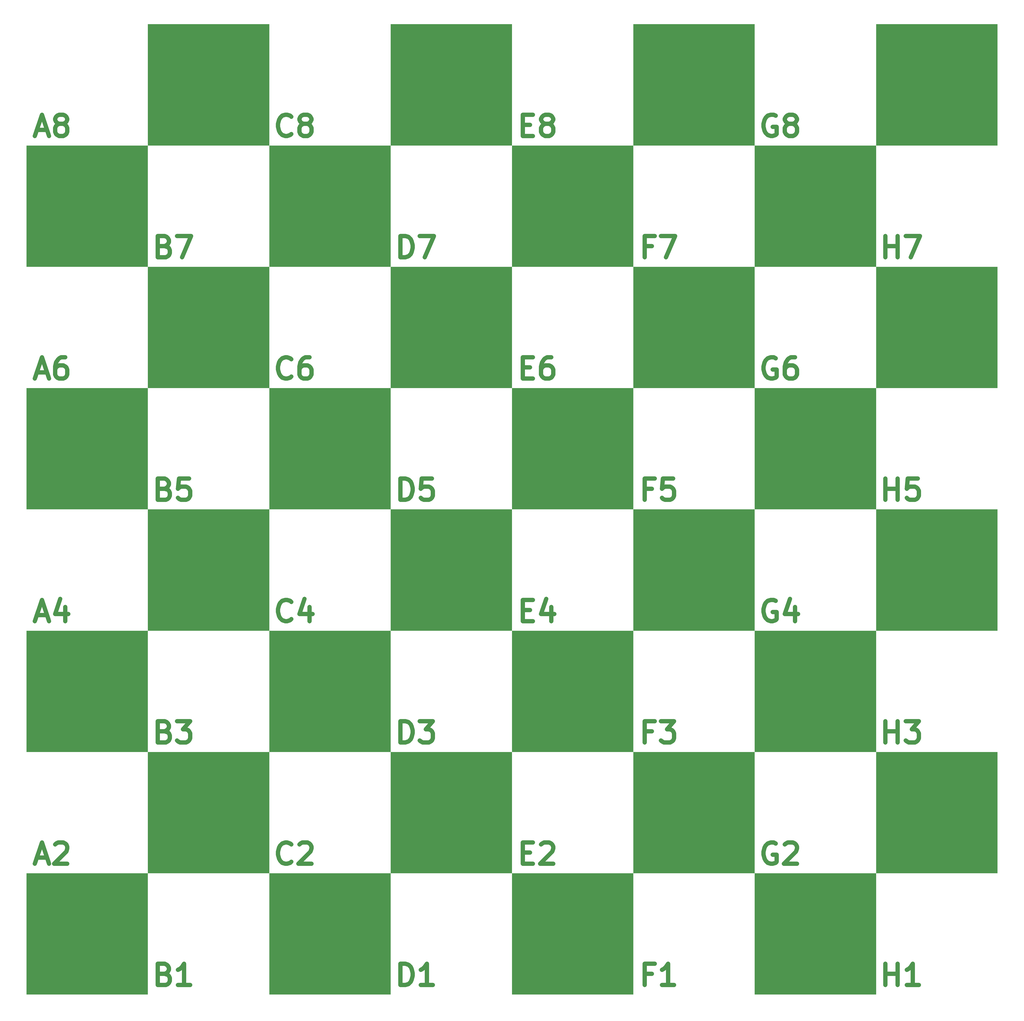
<source format=gbr>
%TF.GenerationSoftware,KiCad,Pcbnew,9.0.4*%
%TF.CreationDate,2025-09-19T10:35:45-04:00*%
%TF.ProjectId,tf_chess,74665f63-6865-4737-932e-6b696361645f,rev?*%
%TF.SameCoordinates,Original*%
%TF.FileFunction,Copper,L1,Top*%
%TF.FilePolarity,Positive*%
%FSLAX46Y46*%
G04 Gerber Fmt 4.6, Leading zero omitted, Abs format (unit mm)*
G04 Created by KiCad (PCBNEW 9.0.4) date 2025-09-19 10:35:45*
%MOMM*%
%LPD*%
G01*
G04 APERTURE LIST*
%ADD10C,2.000000*%
%TA.AperFunction,NonConductor*%
%ADD11C,2.000000*%
%TD*%
G04 APERTURE END LIST*
%TA.AperFunction,NonConductor*%
G36*
X7500000Y104000000D02*
G01*
X64500000Y104000000D01*
X64500000Y47000000D01*
X7500000Y47000000D01*
X7500000Y104000000D01*
G37*
%TD.AperFunction*%
%TA.AperFunction,NonConductor*%
G36*
X349500000Y104000000D02*
G01*
X406500000Y104000000D01*
X406500000Y47000000D01*
X349500000Y47000000D01*
X349500000Y104000000D01*
G37*
%TD.AperFunction*%
%TA.AperFunction,NonConductor*%
G36*
X235500000Y104000000D02*
G01*
X292500000Y104000000D01*
X292500000Y47000000D01*
X235500000Y47000000D01*
X235500000Y104000000D01*
G37*
%TD.AperFunction*%
%TA.AperFunction,NonConductor*%
G36*
X292500000Y47000000D02*
G01*
X349500000Y47000000D01*
X349500000Y-10000000D01*
X292500000Y-10000000D01*
X292500000Y47000000D01*
G37*
%TD.AperFunction*%
%TA.AperFunction,NonConductor*%
G36*
X121500000Y104000000D02*
G01*
X178500000Y104000000D01*
X178500000Y47000000D01*
X121500000Y47000000D01*
X121500000Y104000000D01*
G37*
%TD.AperFunction*%
%TA.AperFunction,NonConductor*%
G36*
X178500000Y47000000D02*
G01*
X235500000Y47000000D01*
X235500000Y-10000000D01*
X178500000Y-10000000D01*
X178500000Y47000000D01*
G37*
%TD.AperFunction*%
%TA.AperFunction,NonConductor*%
G36*
X64500000Y47000000D02*
G01*
X121500000Y47000000D01*
X121500000Y-10000000D01*
X64500000Y-10000000D01*
X64500000Y47000000D01*
G37*
%TD.AperFunction*%
%TA.AperFunction,NonConductor*%
G36*
X349500000Y-10000000D02*
G01*
X406500000Y-10000000D01*
X406500000Y-67000000D01*
X349500000Y-67000000D01*
X349500000Y-10000000D01*
G37*
%TD.AperFunction*%
%TA.AperFunction,NonConductor*%
G36*
X-49500000Y47000000D02*
G01*
X7500000Y47000000D01*
X7500000Y-10000000D01*
X-49500000Y-10000000D01*
X-49500000Y47000000D01*
G37*
%TD.AperFunction*%
D10*
D11*
X126119047Y-119522190D02*
X126119047Y-109522190D01*
X126119047Y-109522190D02*
X128499999Y-109522190D01*
X128499999Y-109522190D02*
X129928571Y-109998380D01*
X129928571Y-109998380D02*
X130880952Y-110950761D01*
X130880952Y-110950761D02*
X131357142Y-111903142D01*
X131357142Y-111903142D02*
X131833333Y-113807904D01*
X131833333Y-113807904D02*
X131833333Y-115236476D01*
X131833333Y-115236476D02*
X131357142Y-117141238D01*
X131357142Y-117141238D02*
X130880952Y-118093619D01*
X130880952Y-118093619D02*
X129928571Y-119046000D01*
X129928571Y-119046000D02*
X128499999Y-119522190D01*
X128499999Y-119522190D02*
X126119047Y-119522190D01*
X140880952Y-109522190D02*
X136119047Y-109522190D01*
X136119047Y-109522190D02*
X135642856Y-114284095D01*
X135642856Y-114284095D02*
X136119047Y-113807904D01*
X136119047Y-113807904D02*
X137071428Y-113331714D01*
X137071428Y-113331714D02*
X139452380Y-113331714D01*
X139452380Y-113331714D02*
X140404761Y-113807904D01*
X140404761Y-113807904D02*
X140880952Y-114284095D01*
X140880952Y-114284095D02*
X141357142Y-115236476D01*
X141357142Y-115236476D02*
X141357142Y-117617428D01*
X141357142Y-117617428D02*
X140880952Y-118569809D01*
X140880952Y-118569809D02*
X140404761Y-119046000D01*
X140404761Y-119046000D02*
X139452380Y-119522190D01*
X139452380Y-119522190D02*
X137071428Y-119522190D01*
X137071428Y-119522190D02*
X136119047Y-119046000D01*
X136119047Y-119046000D02*
X135642856Y-118569809D01*
D10*
D11*
X244166666Y-114284095D02*
X240833333Y-114284095D01*
X240833333Y-119522190D02*
X240833333Y-109522190D01*
X240833333Y-109522190D02*
X245595238Y-109522190D01*
X254166667Y-109522190D02*
X249404762Y-109522190D01*
X249404762Y-109522190D02*
X248928571Y-114284095D01*
X248928571Y-114284095D02*
X249404762Y-113807904D01*
X249404762Y-113807904D02*
X250357143Y-113331714D01*
X250357143Y-113331714D02*
X252738095Y-113331714D01*
X252738095Y-113331714D02*
X253690476Y-113807904D01*
X253690476Y-113807904D02*
X254166667Y-114284095D01*
X254166667Y-114284095D02*
X254642857Y-115236476D01*
X254642857Y-115236476D02*
X254642857Y-117617428D01*
X254642857Y-117617428D02*
X254166667Y-118569809D01*
X254166667Y-118569809D02*
X253690476Y-119046000D01*
X253690476Y-119046000D02*
X252738095Y-119522190D01*
X252738095Y-119522190D02*
X250357143Y-119522190D01*
X250357143Y-119522190D02*
X249404762Y-119046000D01*
X249404762Y-119046000D02*
X248928571Y-118569809D01*
D10*
D11*
X302357142Y-52998380D02*
X301404761Y-52522190D01*
X301404761Y-52522190D02*
X299976190Y-52522190D01*
X299976190Y-52522190D02*
X298547618Y-52998380D01*
X298547618Y-52998380D02*
X297595237Y-53950761D01*
X297595237Y-53950761D02*
X297119047Y-54903142D01*
X297119047Y-54903142D02*
X296642856Y-56807904D01*
X296642856Y-56807904D02*
X296642856Y-58236476D01*
X296642856Y-58236476D02*
X297119047Y-60141238D01*
X297119047Y-60141238D02*
X297595237Y-61093619D01*
X297595237Y-61093619D02*
X298547618Y-62046000D01*
X298547618Y-62046000D02*
X299976190Y-62522190D01*
X299976190Y-62522190D02*
X300928571Y-62522190D01*
X300928571Y-62522190D02*
X302357142Y-62046000D01*
X302357142Y-62046000D02*
X302833333Y-61569809D01*
X302833333Y-61569809D02*
X302833333Y-58236476D01*
X302833333Y-58236476D02*
X300928571Y-58236476D01*
X311404761Y-52522190D02*
X309499999Y-52522190D01*
X309499999Y-52522190D02*
X308547618Y-52998380D01*
X308547618Y-52998380D02*
X308071428Y-53474571D01*
X308071428Y-53474571D02*
X307119047Y-54903142D01*
X307119047Y-54903142D02*
X306642856Y-56807904D01*
X306642856Y-56807904D02*
X306642856Y-60617428D01*
X306642856Y-60617428D02*
X307119047Y-61569809D01*
X307119047Y-61569809D02*
X307595237Y-62046000D01*
X307595237Y-62046000D02*
X308547618Y-62522190D01*
X308547618Y-62522190D02*
X310452380Y-62522190D01*
X310452380Y-62522190D02*
X311404761Y-62046000D01*
X311404761Y-62046000D02*
X311880952Y-61569809D01*
X311880952Y-61569809D02*
X312357142Y-60617428D01*
X312357142Y-60617428D02*
X312357142Y-58236476D01*
X312357142Y-58236476D02*
X311880952Y-57284095D01*
X311880952Y-57284095D02*
X311404761Y-56807904D01*
X311404761Y-56807904D02*
X310452380Y-56331714D01*
X310452380Y-56331714D02*
X308547618Y-56331714D01*
X308547618Y-56331714D02*
X307595237Y-56807904D01*
X307595237Y-56807904D02*
X307119047Y-57284095D01*
X307119047Y-57284095D02*
X306642856Y-58236476D01*
D10*
D11*
X126119047Y-5522190D02*
X126119047Y4477809D01*
X126119047Y4477809D02*
X128499999Y4477809D01*
X128499999Y4477809D02*
X129928571Y4001619D01*
X129928571Y4001619D02*
X130880952Y3049238D01*
X130880952Y3049238D02*
X131357142Y2096857D01*
X131357142Y2096857D02*
X131833333Y192095D01*
X131833333Y192095D02*
X131833333Y-1236476D01*
X131833333Y-1236476D02*
X131357142Y-3141238D01*
X131357142Y-3141238D02*
X130880952Y-4093619D01*
X130880952Y-4093619D02*
X129928571Y-5046000D01*
X129928571Y-5046000D02*
X128499999Y-5522190D01*
X128499999Y-5522190D02*
X126119047Y-5522190D01*
X135166666Y4477809D02*
X141833333Y4477809D01*
X141833333Y4477809D02*
X137547618Y-5522190D01*
D10*
D11*
X183595238Y56715904D02*
X186928571Y56715904D01*
X188357143Y51477809D02*
X183595238Y51477809D01*
X183595238Y51477809D02*
X183595238Y61477809D01*
X183595238Y61477809D02*
X188357143Y61477809D01*
X194071428Y57192095D02*
X193119047Y57668285D01*
X193119047Y57668285D02*
X192642857Y58144476D01*
X192642857Y58144476D02*
X192166666Y59096857D01*
X192166666Y59096857D02*
X192166666Y59573047D01*
X192166666Y59573047D02*
X192642857Y60525428D01*
X192642857Y60525428D02*
X193119047Y61001619D01*
X193119047Y61001619D02*
X194071428Y61477809D01*
X194071428Y61477809D02*
X195976190Y61477809D01*
X195976190Y61477809D02*
X196928571Y61001619D01*
X196928571Y61001619D02*
X197404762Y60525428D01*
X197404762Y60525428D02*
X197880952Y59573047D01*
X197880952Y59573047D02*
X197880952Y59096857D01*
X197880952Y59096857D02*
X197404762Y58144476D01*
X197404762Y58144476D02*
X196928571Y57668285D01*
X196928571Y57668285D02*
X195976190Y57192095D01*
X195976190Y57192095D02*
X194071428Y57192095D01*
X194071428Y57192095D02*
X193119047Y56715904D01*
X193119047Y56715904D02*
X192642857Y56239714D01*
X192642857Y56239714D02*
X192166666Y55287333D01*
X192166666Y55287333D02*
X192166666Y53382571D01*
X192166666Y53382571D02*
X192642857Y52430190D01*
X192642857Y52430190D02*
X193119047Y51954000D01*
X193119047Y51954000D02*
X194071428Y51477809D01*
X194071428Y51477809D02*
X195976190Y51477809D01*
X195976190Y51477809D02*
X196928571Y51954000D01*
X196928571Y51954000D02*
X197404762Y52430190D01*
X197404762Y52430190D02*
X197880952Y53382571D01*
X197880952Y53382571D02*
X197880952Y55287333D01*
X197880952Y55287333D02*
X197404762Y56239714D01*
X197404762Y56239714D02*
X196928571Y56715904D01*
X196928571Y56715904D02*
X195976190Y57192095D01*
D10*
D11*
X244166666Y-342284095D02*
X240833333Y-342284095D01*
X240833333Y-347522190D02*
X240833333Y-337522190D01*
X240833333Y-337522190D02*
X245595238Y-337522190D01*
X254642857Y-347522190D02*
X248928571Y-347522190D01*
X251785714Y-347522190D02*
X251785714Y-337522190D01*
X251785714Y-337522190D02*
X250833333Y-338950761D01*
X250833333Y-338950761D02*
X249880952Y-339903142D01*
X249880952Y-339903142D02*
X248928571Y-340379333D01*
D10*
D11*
X183595238Y-285284095D02*
X186928571Y-285284095D01*
X188357143Y-290522190D02*
X183595238Y-290522190D01*
X183595238Y-290522190D02*
X183595238Y-280522190D01*
X183595238Y-280522190D02*
X188357143Y-280522190D01*
X192166666Y-281474571D02*
X192642857Y-280998380D01*
X192642857Y-280998380D02*
X193595238Y-280522190D01*
X193595238Y-280522190D02*
X195976190Y-280522190D01*
X195976190Y-280522190D02*
X196928571Y-280998380D01*
X196928571Y-280998380D02*
X197404762Y-281474571D01*
X197404762Y-281474571D02*
X197880952Y-282426952D01*
X197880952Y-282426952D02*
X197880952Y-283379333D01*
X197880952Y-283379333D02*
X197404762Y-284807904D01*
X197404762Y-284807904D02*
X191690476Y-290522190D01*
X191690476Y-290522190D02*
X197880952Y-290522190D01*
D10*
D11*
X15452380Y-114284095D02*
X16880952Y-114760285D01*
X16880952Y-114760285D02*
X17357142Y-115236476D01*
X17357142Y-115236476D02*
X17833333Y-116188857D01*
X17833333Y-116188857D02*
X17833333Y-117617428D01*
X17833333Y-117617428D02*
X17357142Y-118569809D01*
X17357142Y-118569809D02*
X16880952Y-119046000D01*
X16880952Y-119046000D02*
X15928571Y-119522190D01*
X15928571Y-119522190D02*
X12119047Y-119522190D01*
X12119047Y-119522190D02*
X12119047Y-109522190D01*
X12119047Y-109522190D02*
X15452380Y-109522190D01*
X15452380Y-109522190D02*
X16404761Y-109998380D01*
X16404761Y-109998380D02*
X16880952Y-110474571D01*
X16880952Y-110474571D02*
X17357142Y-111426952D01*
X17357142Y-111426952D02*
X17357142Y-112379333D01*
X17357142Y-112379333D02*
X16880952Y-113331714D01*
X16880952Y-113331714D02*
X16404761Y-113807904D01*
X16404761Y-113807904D02*
X15452380Y-114284095D01*
X15452380Y-114284095D02*
X12119047Y-114284095D01*
X26880952Y-109522190D02*
X22119047Y-109522190D01*
X22119047Y-109522190D02*
X21642856Y-114284095D01*
X21642856Y-114284095D02*
X22119047Y-113807904D01*
X22119047Y-113807904D02*
X23071428Y-113331714D01*
X23071428Y-113331714D02*
X25452380Y-113331714D01*
X25452380Y-113331714D02*
X26404761Y-113807904D01*
X26404761Y-113807904D02*
X26880952Y-114284095D01*
X26880952Y-114284095D02*
X27357142Y-115236476D01*
X27357142Y-115236476D02*
X27357142Y-117617428D01*
X27357142Y-117617428D02*
X26880952Y-118569809D01*
X26880952Y-118569809D02*
X26404761Y-119046000D01*
X26404761Y-119046000D02*
X25452380Y-119522190D01*
X25452380Y-119522190D02*
X23071428Y-119522190D01*
X23071428Y-119522190D02*
X22119047Y-119046000D01*
X22119047Y-119046000D02*
X21642856Y-118569809D01*
D10*
D11*
X126119047Y-347522190D02*
X126119047Y-337522190D01*
X126119047Y-337522190D02*
X128499999Y-337522190D01*
X128499999Y-337522190D02*
X129928571Y-337998380D01*
X129928571Y-337998380D02*
X130880952Y-338950761D01*
X130880952Y-338950761D02*
X131357142Y-339903142D01*
X131357142Y-339903142D02*
X131833333Y-341807904D01*
X131833333Y-341807904D02*
X131833333Y-343236476D01*
X131833333Y-343236476D02*
X131357142Y-345141238D01*
X131357142Y-345141238D02*
X130880952Y-346093619D01*
X130880952Y-346093619D02*
X129928571Y-347046000D01*
X129928571Y-347046000D02*
X128499999Y-347522190D01*
X128499999Y-347522190D02*
X126119047Y-347522190D01*
X141357142Y-347522190D02*
X135642856Y-347522190D01*
X138499999Y-347522190D02*
X138499999Y-337522190D01*
X138499999Y-337522190D02*
X137547618Y-338950761D01*
X137547618Y-338950761D02*
X136595237Y-339903142D01*
X136595237Y-339903142D02*
X135642856Y-340379333D01*
D10*
D11*
X183595238Y-57284095D02*
X186928571Y-57284095D01*
X188357143Y-62522190D02*
X183595238Y-62522190D01*
X183595238Y-62522190D02*
X183595238Y-52522190D01*
X183595238Y-52522190D02*
X188357143Y-52522190D01*
X196928571Y-52522190D02*
X195023809Y-52522190D01*
X195023809Y-52522190D02*
X194071428Y-52998380D01*
X194071428Y-52998380D02*
X193595238Y-53474571D01*
X193595238Y-53474571D02*
X192642857Y-54903142D01*
X192642857Y-54903142D02*
X192166666Y-56807904D01*
X192166666Y-56807904D02*
X192166666Y-60617428D01*
X192166666Y-60617428D02*
X192642857Y-61569809D01*
X192642857Y-61569809D02*
X193119047Y-62046000D01*
X193119047Y-62046000D02*
X194071428Y-62522190D01*
X194071428Y-62522190D02*
X195976190Y-62522190D01*
X195976190Y-62522190D02*
X196928571Y-62046000D01*
X196928571Y-62046000D02*
X197404762Y-61569809D01*
X197404762Y-61569809D02*
X197880952Y-60617428D01*
X197880952Y-60617428D02*
X197880952Y-58236476D01*
X197880952Y-58236476D02*
X197404762Y-57284095D01*
X197404762Y-57284095D02*
X196928571Y-56807904D01*
X196928571Y-56807904D02*
X195976190Y-56331714D01*
X195976190Y-56331714D02*
X194071428Y-56331714D01*
X194071428Y-56331714D02*
X193119047Y-56807904D01*
X193119047Y-56807904D02*
X192642857Y-57284095D01*
X192642857Y-57284095D02*
X192166666Y-58236476D01*
D10*
D11*
X15452380Y-284095D02*
X16880952Y-760285D01*
X16880952Y-760285D02*
X17357142Y-1236476D01*
X17357142Y-1236476D02*
X17833333Y-2188857D01*
X17833333Y-2188857D02*
X17833333Y-3617428D01*
X17833333Y-3617428D02*
X17357142Y-4569809D01*
X17357142Y-4569809D02*
X16880952Y-5046000D01*
X16880952Y-5046000D02*
X15928571Y-5522190D01*
X15928571Y-5522190D02*
X12119047Y-5522190D01*
X12119047Y-5522190D02*
X12119047Y4477809D01*
X12119047Y4477809D02*
X15452380Y4477809D01*
X15452380Y4477809D02*
X16404761Y4001619D01*
X16404761Y4001619D02*
X16880952Y3525428D01*
X16880952Y3525428D02*
X17357142Y2573047D01*
X17357142Y2573047D02*
X17357142Y1620666D01*
X17357142Y1620666D02*
X16880952Y668285D01*
X16880952Y668285D02*
X16404761Y192095D01*
X16404761Y192095D02*
X15452380Y-284095D01*
X15452380Y-284095D02*
X12119047Y-284095D01*
X21166666Y4477809D02*
X27833333Y4477809D01*
X27833333Y4477809D02*
X23547618Y-5522190D01*
D10*
D11*
X74833333Y52430190D02*
X74357142Y51954000D01*
X74357142Y51954000D02*
X72928571Y51477809D01*
X72928571Y51477809D02*
X71976190Y51477809D01*
X71976190Y51477809D02*
X70547618Y51954000D01*
X70547618Y51954000D02*
X69595237Y52906380D01*
X69595237Y52906380D02*
X69119047Y53858761D01*
X69119047Y53858761D02*
X68642856Y55763523D01*
X68642856Y55763523D02*
X68642856Y57192095D01*
X68642856Y57192095D02*
X69119047Y59096857D01*
X69119047Y59096857D02*
X69595237Y60049238D01*
X69595237Y60049238D02*
X70547618Y61001619D01*
X70547618Y61001619D02*
X71976190Y61477809D01*
X71976190Y61477809D02*
X72928571Y61477809D01*
X72928571Y61477809D02*
X74357142Y61001619D01*
X74357142Y61001619D02*
X74833333Y60525428D01*
X80547618Y57192095D02*
X79595237Y57668285D01*
X79595237Y57668285D02*
X79119047Y58144476D01*
X79119047Y58144476D02*
X78642856Y59096857D01*
X78642856Y59096857D02*
X78642856Y59573047D01*
X78642856Y59573047D02*
X79119047Y60525428D01*
X79119047Y60525428D02*
X79595237Y61001619D01*
X79595237Y61001619D02*
X80547618Y61477809D01*
X80547618Y61477809D02*
X82452380Y61477809D01*
X82452380Y61477809D02*
X83404761Y61001619D01*
X83404761Y61001619D02*
X83880952Y60525428D01*
X83880952Y60525428D02*
X84357142Y59573047D01*
X84357142Y59573047D02*
X84357142Y59096857D01*
X84357142Y59096857D02*
X83880952Y58144476D01*
X83880952Y58144476D02*
X83404761Y57668285D01*
X83404761Y57668285D02*
X82452380Y57192095D01*
X82452380Y57192095D02*
X80547618Y57192095D01*
X80547618Y57192095D02*
X79595237Y56715904D01*
X79595237Y56715904D02*
X79119047Y56239714D01*
X79119047Y56239714D02*
X78642856Y55287333D01*
X78642856Y55287333D02*
X78642856Y53382571D01*
X78642856Y53382571D02*
X79119047Y52430190D01*
X79119047Y52430190D02*
X79595237Y51954000D01*
X79595237Y51954000D02*
X80547618Y51477809D01*
X80547618Y51477809D02*
X82452380Y51477809D01*
X82452380Y51477809D02*
X83404761Y51954000D01*
X83404761Y51954000D02*
X83880952Y52430190D01*
X83880952Y52430190D02*
X84357142Y53382571D01*
X84357142Y53382571D02*
X84357142Y55287333D01*
X84357142Y55287333D02*
X83880952Y56239714D01*
X83880952Y56239714D02*
X83404761Y56715904D01*
X83404761Y56715904D02*
X82452380Y57192095D01*
D10*
D11*
X353880952Y-347522190D02*
X353880952Y-337522190D01*
X353880952Y-342284095D02*
X359595238Y-342284095D01*
X359595238Y-347522190D02*
X359595238Y-337522190D01*
X369595237Y-347522190D02*
X363880951Y-347522190D01*
X366738094Y-347522190D02*
X366738094Y-337522190D01*
X366738094Y-337522190D02*
X365785713Y-338950761D01*
X365785713Y-338950761D02*
X364833332Y-339903142D01*
X364833332Y-339903142D02*
X363880951Y-340379333D01*
D10*
D11*
X-44642857Y54334952D02*
X-39880952Y54334952D01*
X-45595238Y51477809D02*
X-42261904Y61477809D01*
X-42261904Y61477809D02*
X-38928571Y51477809D01*
X-34166666Y57192095D02*
X-35119047Y57668285D01*
X-35119047Y57668285D02*
X-35595237Y58144476D01*
X-35595237Y58144476D02*
X-36071428Y59096857D01*
X-36071428Y59096857D02*
X-36071428Y59573047D01*
X-36071428Y59573047D02*
X-35595237Y60525428D01*
X-35595237Y60525428D02*
X-35119047Y61001619D01*
X-35119047Y61001619D02*
X-34166666Y61477809D01*
X-34166666Y61477809D02*
X-32261904Y61477809D01*
X-32261904Y61477809D02*
X-31309523Y61001619D01*
X-31309523Y61001619D02*
X-30833332Y60525428D01*
X-30833332Y60525428D02*
X-30357142Y59573047D01*
X-30357142Y59573047D02*
X-30357142Y59096857D01*
X-30357142Y59096857D02*
X-30833332Y58144476D01*
X-30833332Y58144476D02*
X-31309523Y57668285D01*
X-31309523Y57668285D02*
X-32261904Y57192095D01*
X-32261904Y57192095D02*
X-34166666Y57192095D01*
X-34166666Y57192095D02*
X-35119047Y56715904D01*
X-35119047Y56715904D02*
X-35595237Y56239714D01*
X-35595237Y56239714D02*
X-36071428Y55287333D01*
X-36071428Y55287333D02*
X-36071428Y53382571D01*
X-36071428Y53382571D02*
X-35595237Y52430190D01*
X-35595237Y52430190D02*
X-35119047Y51954000D01*
X-35119047Y51954000D02*
X-34166666Y51477809D01*
X-34166666Y51477809D02*
X-32261904Y51477809D01*
X-32261904Y51477809D02*
X-31309523Y51954000D01*
X-31309523Y51954000D02*
X-30833332Y52430190D01*
X-30833332Y52430190D02*
X-30357142Y53382571D01*
X-30357142Y53382571D02*
X-30357142Y55287333D01*
X-30357142Y55287333D02*
X-30833332Y56239714D01*
X-30833332Y56239714D02*
X-31309523Y56715904D01*
X-31309523Y56715904D02*
X-32261904Y57192095D01*
D10*
D11*
X353880952Y-119522190D02*
X353880952Y-109522190D01*
X353880952Y-114284095D02*
X359595238Y-114284095D01*
X359595238Y-119522190D02*
X359595238Y-109522190D01*
X369119047Y-109522190D02*
X364357142Y-109522190D01*
X364357142Y-109522190D02*
X363880951Y-114284095D01*
X363880951Y-114284095D02*
X364357142Y-113807904D01*
X364357142Y-113807904D02*
X365309523Y-113331714D01*
X365309523Y-113331714D02*
X367690475Y-113331714D01*
X367690475Y-113331714D02*
X368642856Y-113807904D01*
X368642856Y-113807904D02*
X369119047Y-114284095D01*
X369119047Y-114284095D02*
X369595237Y-115236476D01*
X369595237Y-115236476D02*
X369595237Y-117617428D01*
X369595237Y-117617428D02*
X369119047Y-118569809D01*
X369119047Y-118569809D02*
X368642856Y-119046000D01*
X368642856Y-119046000D02*
X367690475Y-119522190D01*
X367690475Y-119522190D02*
X365309523Y-119522190D01*
X365309523Y-119522190D02*
X364357142Y-119046000D01*
X364357142Y-119046000D02*
X363880951Y-118569809D01*
D10*
D11*
X244166666Y-284095D02*
X240833333Y-284095D01*
X240833333Y-5522190D02*
X240833333Y4477809D01*
X240833333Y4477809D02*
X245595238Y4477809D01*
X248452381Y4477809D02*
X255119048Y4477809D01*
X255119048Y4477809D02*
X250833333Y-5522190D01*
D10*
D11*
X74833333Y-289569809D02*
X74357142Y-290046000D01*
X74357142Y-290046000D02*
X72928571Y-290522190D01*
X72928571Y-290522190D02*
X71976190Y-290522190D01*
X71976190Y-290522190D02*
X70547618Y-290046000D01*
X70547618Y-290046000D02*
X69595237Y-289093619D01*
X69595237Y-289093619D02*
X69119047Y-288141238D01*
X69119047Y-288141238D02*
X68642856Y-286236476D01*
X68642856Y-286236476D02*
X68642856Y-284807904D01*
X68642856Y-284807904D02*
X69119047Y-282903142D01*
X69119047Y-282903142D02*
X69595237Y-281950761D01*
X69595237Y-281950761D02*
X70547618Y-280998380D01*
X70547618Y-280998380D02*
X71976190Y-280522190D01*
X71976190Y-280522190D02*
X72928571Y-280522190D01*
X72928571Y-280522190D02*
X74357142Y-280998380D01*
X74357142Y-280998380D02*
X74833333Y-281474571D01*
X78642856Y-281474571D02*
X79119047Y-280998380D01*
X79119047Y-280998380D02*
X80071428Y-280522190D01*
X80071428Y-280522190D02*
X82452380Y-280522190D01*
X82452380Y-280522190D02*
X83404761Y-280998380D01*
X83404761Y-280998380D02*
X83880952Y-281474571D01*
X83880952Y-281474571D02*
X84357142Y-282426952D01*
X84357142Y-282426952D02*
X84357142Y-283379333D01*
X84357142Y-283379333D02*
X83880952Y-284807904D01*
X83880952Y-284807904D02*
X78166666Y-290522190D01*
X78166666Y-290522190D02*
X84357142Y-290522190D01*
D10*
D11*
X74833333Y-61569809D02*
X74357142Y-62046000D01*
X74357142Y-62046000D02*
X72928571Y-62522190D01*
X72928571Y-62522190D02*
X71976190Y-62522190D01*
X71976190Y-62522190D02*
X70547618Y-62046000D01*
X70547618Y-62046000D02*
X69595237Y-61093619D01*
X69595237Y-61093619D02*
X69119047Y-60141238D01*
X69119047Y-60141238D02*
X68642856Y-58236476D01*
X68642856Y-58236476D02*
X68642856Y-56807904D01*
X68642856Y-56807904D02*
X69119047Y-54903142D01*
X69119047Y-54903142D02*
X69595237Y-53950761D01*
X69595237Y-53950761D02*
X70547618Y-52998380D01*
X70547618Y-52998380D02*
X71976190Y-52522190D01*
X71976190Y-52522190D02*
X72928571Y-52522190D01*
X72928571Y-52522190D02*
X74357142Y-52998380D01*
X74357142Y-52998380D02*
X74833333Y-53474571D01*
X83404761Y-52522190D02*
X81499999Y-52522190D01*
X81499999Y-52522190D02*
X80547618Y-52998380D01*
X80547618Y-52998380D02*
X80071428Y-53474571D01*
X80071428Y-53474571D02*
X79119047Y-54903142D01*
X79119047Y-54903142D02*
X78642856Y-56807904D01*
X78642856Y-56807904D02*
X78642856Y-60617428D01*
X78642856Y-60617428D02*
X79119047Y-61569809D01*
X79119047Y-61569809D02*
X79595237Y-62046000D01*
X79595237Y-62046000D02*
X80547618Y-62522190D01*
X80547618Y-62522190D02*
X82452380Y-62522190D01*
X82452380Y-62522190D02*
X83404761Y-62046000D01*
X83404761Y-62046000D02*
X83880952Y-61569809D01*
X83880952Y-61569809D02*
X84357142Y-60617428D01*
X84357142Y-60617428D02*
X84357142Y-58236476D01*
X84357142Y-58236476D02*
X83880952Y-57284095D01*
X83880952Y-57284095D02*
X83404761Y-56807904D01*
X83404761Y-56807904D02*
X82452380Y-56331714D01*
X82452380Y-56331714D02*
X80547618Y-56331714D01*
X80547618Y-56331714D02*
X79595237Y-56807904D01*
X79595237Y-56807904D02*
X79119047Y-57284095D01*
X79119047Y-57284095D02*
X78642856Y-58236476D01*
D10*
D11*
X353880952Y-5522190D02*
X353880952Y4477809D01*
X353880952Y-284095D02*
X359595238Y-284095D01*
X359595238Y-5522190D02*
X359595238Y4477809D01*
X363404761Y4477809D02*
X370071428Y4477809D01*
X370071428Y4477809D02*
X365785713Y-5522190D01*
D10*
D11*
X353880952Y-233522190D02*
X353880952Y-223522190D01*
X353880952Y-228284095D02*
X359595238Y-228284095D01*
X359595238Y-233522190D02*
X359595238Y-223522190D01*
X363404761Y-223522190D02*
X369595237Y-223522190D01*
X369595237Y-223522190D02*
X366261904Y-227331714D01*
X366261904Y-227331714D02*
X367690475Y-227331714D01*
X367690475Y-227331714D02*
X368642856Y-227807904D01*
X368642856Y-227807904D02*
X369119047Y-228284095D01*
X369119047Y-228284095D02*
X369595237Y-229236476D01*
X369595237Y-229236476D02*
X369595237Y-231617428D01*
X369595237Y-231617428D02*
X369119047Y-232569809D01*
X369119047Y-232569809D02*
X368642856Y-233046000D01*
X368642856Y-233046000D02*
X367690475Y-233522190D01*
X367690475Y-233522190D02*
X364833332Y-233522190D01*
X364833332Y-233522190D02*
X363880951Y-233046000D01*
X363880951Y-233046000D02*
X363404761Y-232569809D01*
D10*
D11*
X15452380Y-228284095D02*
X16880952Y-228760285D01*
X16880952Y-228760285D02*
X17357142Y-229236476D01*
X17357142Y-229236476D02*
X17833333Y-230188857D01*
X17833333Y-230188857D02*
X17833333Y-231617428D01*
X17833333Y-231617428D02*
X17357142Y-232569809D01*
X17357142Y-232569809D02*
X16880952Y-233046000D01*
X16880952Y-233046000D02*
X15928571Y-233522190D01*
X15928571Y-233522190D02*
X12119047Y-233522190D01*
X12119047Y-233522190D02*
X12119047Y-223522190D01*
X12119047Y-223522190D02*
X15452380Y-223522190D01*
X15452380Y-223522190D02*
X16404761Y-223998380D01*
X16404761Y-223998380D02*
X16880952Y-224474571D01*
X16880952Y-224474571D02*
X17357142Y-225426952D01*
X17357142Y-225426952D02*
X17357142Y-226379333D01*
X17357142Y-226379333D02*
X16880952Y-227331714D01*
X16880952Y-227331714D02*
X16404761Y-227807904D01*
X16404761Y-227807904D02*
X15452380Y-228284095D01*
X15452380Y-228284095D02*
X12119047Y-228284095D01*
X21166666Y-223522190D02*
X27357142Y-223522190D01*
X27357142Y-223522190D02*
X24023809Y-227331714D01*
X24023809Y-227331714D02*
X25452380Y-227331714D01*
X25452380Y-227331714D02*
X26404761Y-227807904D01*
X26404761Y-227807904D02*
X26880952Y-228284095D01*
X26880952Y-228284095D02*
X27357142Y-229236476D01*
X27357142Y-229236476D02*
X27357142Y-231617428D01*
X27357142Y-231617428D02*
X26880952Y-232569809D01*
X26880952Y-232569809D02*
X26404761Y-233046000D01*
X26404761Y-233046000D02*
X25452380Y-233522190D01*
X25452380Y-233522190D02*
X22595237Y-233522190D01*
X22595237Y-233522190D02*
X21642856Y-233046000D01*
X21642856Y-233046000D02*
X21166666Y-232569809D01*
D10*
D11*
X302357142Y-280998380D02*
X301404761Y-280522190D01*
X301404761Y-280522190D02*
X299976190Y-280522190D01*
X299976190Y-280522190D02*
X298547618Y-280998380D01*
X298547618Y-280998380D02*
X297595237Y-281950761D01*
X297595237Y-281950761D02*
X297119047Y-282903142D01*
X297119047Y-282903142D02*
X296642856Y-284807904D01*
X296642856Y-284807904D02*
X296642856Y-286236476D01*
X296642856Y-286236476D02*
X297119047Y-288141238D01*
X297119047Y-288141238D02*
X297595237Y-289093619D01*
X297595237Y-289093619D02*
X298547618Y-290046000D01*
X298547618Y-290046000D02*
X299976190Y-290522190D01*
X299976190Y-290522190D02*
X300928571Y-290522190D01*
X300928571Y-290522190D02*
X302357142Y-290046000D01*
X302357142Y-290046000D02*
X302833333Y-289569809D01*
X302833333Y-289569809D02*
X302833333Y-286236476D01*
X302833333Y-286236476D02*
X300928571Y-286236476D01*
X306642856Y-281474571D02*
X307119047Y-280998380D01*
X307119047Y-280998380D02*
X308071428Y-280522190D01*
X308071428Y-280522190D02*
X310452380Y-280522190D01*
X310452380Y-280522190D02*
X311404761Y-280998380D01*
X311404761Y-280998380D02*
X311880952Y-281474571D01*
X311880952Y-281474571D02*
X312357142Y-282426952D01*
X312357142Y-282426952D02*
X312357142Y-283379333D01*
X312357142Y-283379333D02*
X311880952Y-284807904D01*
X311880952Y-284807904D02*
X306166666Y-290522190D01*
X306166666Y-290522190D02*
X312357142Y-290522190D01*
D10*
D11*
X244166666Y-228284095D02*
X240833333Y-228284095D01*
X240833333Y-233522190D02*
X240833333Y-223522190D01*
X240833333Y-223522190D02*
X245595238Y-223522190D01*
X248452381Y-223522190D02*
X254642857Y-223522190D01*
X254642857Y-223522190D02*
X251309524Y-227331714D01*
X251309524Y-227331714D02*
X252738095Y-227331714D01*
X252738095Y-227331714D02*
X253690476Y-227807904D01*
X253690476Y-227807904D02*
X254166667Y-228284095D01*
X254166667Y-228284095D02*
X254642857Y-229236476D01*
X254642857Y-229236476D02*
X254642857Y-231617428D01*
X254642857Y-231617428D02*
X254166667Y-232569809D01*
X254166667Y-232569809D02*
X253690476Y-233046000D01*
X253690476Y-233046000D02*
X252738095Y-233522190D01*
X252738095Y-233522190D02*
X249880952Y-233522190D01*
X249880952Y-233522190D02*
X248928571Y-233046000D01*
X248928571Y-233046000D02*
X248452381Y-232569809D01*
D10*
D11*
X302357142Y61001619D02*
X301404761Y61477809D01*
X301404761Y61477809D02*
X299976190Y61477809D01*
X299976190Y61477809D02*
X298547618Y61001619D01*
X298547618Y61001619D02*
X297595237Y60049238D01*
X297595237Y60049238D02*
X297119047Y59096857D01*
X297119047Y59096857D02*
X296642856Y57192095D01*
X296642856Y57192095D02*
X296642856Y55763523D01*
X296642856Y55763523D02*
X297119047Y53858761D01*
X297119047Y53858761D02*
X297595237Y52906380D01*
X297595237Y52906380D02*
X298547618Y51954000D01*
X298547618Y51954000D02*
X299976190Y51477809D01*
X299976190Y51477809D02*
X300928571Y51477809D01*
X300928571Y51477809D02*
X302357142Y51954000D01*
X302357142Y51954000D02*
X302833333Y52430190D01*
X302833333Y52430190D02*
X302833333Y55763523D01*
X302833333Y55763523D02*
X300928571Y55763523D01*
X308547618Y57192095D02*
X307595237Y57668285D01*
X307595237Y57668285D02*
X307119047Y58144476D01*
X307119047Y58144476D02*
X306642856Y59096857D01*
X306642856Y59096857D02*
X306642856Y59573047D01*
X306642856Y59573047D02*
X307119047Y60525428D01*
X307119047Y60525428D02*
X307595237Y61001619D01*
X307595237Y61001619D02*
X308547618Y61477809D01*
X308547618Y61477809D02*
X310452380Y61477809D01*
X310452380Y61477809D02*
X311404761Y61001619D01*
X311404761Y61001619D02*
X311880952Y60525428D01*
X311880952Y60525428D02*
X312357142Y59573047D01*
X312357142Y59573047D02*
X312357142Y59096857D01*
X312357142Y59096857D02*
X311880952Y58144476D01*
X311880952Y58144476D02*
X311404761Y57668285D01*
X311404761Y57668285D02*
X310452380Y57192095D01*
X310452380Y57192095D02*
X308547618Y57192095D01*
X308547618Y57192095D02*
X307595237Y56715904D01*
X307595237Y56715904D02*
X307119047Y56239714D01*
X307119047Y56239714D02*
X306642856Y55287333D01*
X306642856Y55287333D02*
X306642856Y53382571D01*
X306642856Y53382571D02*
X307119047Y52430190D01*
X307119047Y52430190D02*
X307595237Y51954000D01*
X307595237Y51954000D02*
X308547618Y51477809D01*
X308547618Y51477809D02*
X310452380Y51477809D01*
X310452380Y51477809D02*
X311404761Y51954000D01*
X311404761Y51954000D02*
X311880952Y52430190D01*
X311880952Y52430190D02*
X312357142Y53382571D01*
X312357142Y53382571D02*
X312357142Y55287333D01*
X312357142Y55287333D02*
X311880952Y56239714D01*
X311880952Y56239714D02*
X311404761Y56715904D01*
X311404761Y56715904D02*
X310452380Y57192095D01*
D10*
D11*
X302357142Y-166998380D02*
X301404761Y-166522190D01*
X301404761Y-166522190D02*
X299976190Y-166522190D01*
X299976190Y-166522190D02*
X298547618Y-166998380D01*
X298547618Y-166998380D02*
X297595237Y-167950761D01*
X297595237Y-167950761D02*
X297119047Y-168903142D01*
X297119047Y-168903142D02*
X296642856Y-170807904D01*
X296642856Y-170807904D02*
X296642856Y-172236476D01*
X296642856Y-172236476D02*
X297119047Y-174141238D01*
X297119047Y-174141238D02*
X297595237Y-175093619D01*
X297595237Y-175093619D02*
X298547618Y-176046000D01*
X298547618Y-176046000D02*
X299976190Y-176522190D01*
X299976190Y-176522190D02*
X300928571Y-176522190D01*
X300928571Y-176522190D02*
X302357142Y-176046000D01*
X302357142Y-176046000D02*
X302833333Y-175569809D01*
X302833333Y-175569809D02*
X302833333Y-172236476D01*
X302833333Y-172236476D02*
X300928571Y-172236476D01*
X311404761Y-169855523D02*
X311404761Y-176522190D01*
X309023809Y-166046000D02*
X306642856Y-173188857D01*
X306642856Y-173188857D02*
X312833333Y-173188857D01*
D10*
D11*
X15452380Y-342284095D02*
X16880952Y-342760285D01*
X16880952Y-342760285D02*
X17357142Y-343236476D01*
X17357142Y-343236476D02*
X17833333Y-344188857D01*
X17833333Y-344188857D02*
X17833333Y-345617428D01*
X17833333Y-345617428D02*
X17357142Y-346569809D01*
X17357142Y-346569809D02*
X16880952Y-347046000D01*
X16880952Y-347046000D02*
X15928571Y-347522190D01*
X15928571Y-347522190D02*
X12119047Y-347522190D01*
X12119047Y-347522190D02*
X12119047Y-337522190D01*
X12119047Y-337522190D02*
X15452380Y-337522190D01*
X15452380Y-337522190D02*
X16404761Y-337998380D01*
X16404761Y-337998380D02*
X16880952Y-338474571D01*
X16880952Y-338474571D02*
X17357142Y-339426952D01*
X17357142Y-339426952D02*
X17357142Y-340379333D01*
X17357142Y-340379333D02*
X16880952Y-341331714D01*
X16880952Y-341331714D02*
X16404761Y-341807904D01*
X16404761Y-341807904D02*
X15452380Y-342284095D01*
X15452380Y-342284095D02*
X12119047Y-342284095D01*
X27357142Y-347522190D02*
X21642856Y-347522190D01*
X24499999Y-347522190D02*
X24499999Y-337522190D01*
X24499999Y-337522190D02*
X23547618Y-338950761D01*
X23547618Y-338950761D02*
X22595237Y-339903142D01*
X22595237Y-339903142D02*
X21642856Y-340379333D01*
D10*
D11*
X183595238Y-171284095D02*
X186928571Y-171284095D01*
X188357143Y-176522190D02*
X183595238Y-176522190D01*
X183595238Y-176522190D02*
X183595238Y-166522190D01*
X183595238Y-166522190D02*
X188357143Y-166522190D01*
X196928571Y-169855523D02*
X196928571Y-176522190D01*
X194547619Y-166046000D02*
X192166666Y-173188857D01*
X192166666Y-173188857D02*
X198357143Y-173188857D01*
D10*
D11*
X74833333Y-175569809D02*
X74357142Y-176046000D01*
X74357142Y-176046000D02*
X72928571Y-176522190D01*
X72928571Y-176522190D02*
X71976190Y-176522190D01*
X71976190Y-176522190D02*
X70547618Y-176046000D01*
X70547618Y-176046000D02*
X69595237Y-175093619D01*
X69595237Y-175093619D02*
X69119047Y-174141238D01*
X69119047Y-174141238D02*
X68642856Y-172236476D01*
X68642856Y-172236476D02*
X68642856Y-170807904D01*
X68642856Y-170807904D02*
X69119047Y-168903142D01*
X69119047Y-168903142D02*
X69595237Y-167950761D01*
X69595237Y-167950761D02*
X70547618Y-166998380D01*
X70547618Y-166998380D02*
X71976190Y-166522190D01*
X71976190Y-166522190D02*
X72928571Y-166522190D01*
X72928571Y-166522190D02*
X74357142Y-166998380D01*
X74357142Y-166998380D02*
X74833333Y-167474571D01*
X83404761Y-169855523D02*
X83404761Y-176522190D01*
X81023809Y-166046000D02*
X78642856Y-173188857D01*
X78642856Y-173188857D02*
X84833333Y-173188857D01*
D10*
D11*
X-44642857Y-173665047D02*
X-39880952Y-173665047D01*
X-45595238Y-176522190D02*
X-42261904Y-166522190D01*
X-42261904Y-166522190D02*
X-38928571Y-176522190D01*
X-31309523Y-169855523D02*
X-31309523Y-176522190D01*
X-33690475Y-166046000D02*
X-36071428Y-173188857D01*
X-36071428Y-173188857D02*
X-29880951Y-173188857D01*
D10*
D11*
X126119047Y-233522190D02*
X126119047Y-223522190D01*
X126119047Y-223522190D02*
X128499999Y-223522190D01*
X128499999Y-223522190D02*
X129928571Y-223998380D01*
X129928571Y-223998380D02*
X130880952Y-224950761D01*
X130880952Y-224950761D02*
X131357142Y-225903142D01*
X131357142Y-225903142D02*
X131833333Y-227807904D01*
X131833333Y-227807904D02*
X131833333Y-229236476D01*
X131833333Y-229236476D02*
X131357142Y-231141238D01*
X131357142Y-231141238D02*
X130880952Y-232093619D01*
X130880952Y-232093619D02*
X129928571Y-233046000D01*
X129928571Y-233046000D02*
X128499999Y-233522190D01*
X128499999Y-233522190D02*
X126119047Y-233522190D01*
X135166666Y-223522190D02*
X141357142Y-223522190D01*
X141357142Y-223522190D02*
X138023809Y-227331714D01*
X138023809Y-227331714D02*
X139452380Y-227331714D01*
X139452380Y-227331714D02*
X140404761Y-227807904D01*
X140404761Y-227807904D02*
X140880952Y-228284095D01*
X140880952Y-228284095D02*
X141357142Y-229236476D01*
X141357142Y-229236476D02*
X141357142Y-231617428D01*
X141357142Y-231617428D02*
X140880952Y-232569809D01*
X140880952Y-232569809D02*
X140404761Y-233046000D01*
X140404761Y-233046000D02*
X139452380Y-233522190D01*
X139452380Y-233522190D02*
X136595237Y-233522190D01*
X136595237Y-233522190D02*
X135642856Y-233046000D01*
X135642856Y-233046000D02*
X135166666Y-232569809D01*
D10*
D11*
X-44642857Y-59665047D02*
X-39880952Y-59665047D01*
X-45595238Y-62522190D02*
X-42261904Y-52522190D01*
X-42261904Y-52522190D02*
X-38928571Y-62522190D01*
X-31309523Y-52522190D02*
X-33214285Y-52522190D01*
X-33214285Y-52522190D02*
X-34166666Y-52998380D01*
X-34166666Y-52998380D02*
X-34642856Y-53474571D01*
X-34642856Y-53474571D02*
X-35595237Y-54903142D01*
X-35595237Y-54903142D02*
X-36071428Y-56807904D01*
X-36071428Y-56807904D02*
X-36071428Y-60617428D01*
X-36071428Y-60617428D02*
X-35595237Y-61569809D01*
X-35595237Y-61569809D02*
X-35119047Y-62046000D01*
X-35119047Y-62046000D02*
X-34166666Y-62522190D01*
X-34166666Y-62522190D02*
X-32261904Y-62522190D01*
X-32261904Y-62522190D02*
X-31309523Y-62046000D01*
X-31309523Y-62046000D02*
X-30833332Y-61569809D01*
X-30833332Y-61569809D02*
X-30357142Y-60617428D01*
X-30357142Y-60617428D02*
X-30357142Y-58236476D01*
X-30357142Y-58236476D02*
X-30833332Y-57284095D01*
X-30833332Y-57284095D02*
X-31309523Y-56807904D01*
X-31309523Y-56807904D02*
X-32261904Y-56331714D01*
X-32261904Y-56331714D02*
X-34166666Y-56331714D01*
X-34166666Y-56331714D02*
X-35119047Y-56807904D01*
X-35119047Y-56807904D02*
X-35595237Y-57284095D01*
X-35595237Y-57284095D02*
X-36071428Y-58236476D01*
D10*
D11*
X-44642857Y-287665047D02*
X-39880952Y-287665047D01*
X-45595238Y-290522190D02*
X-42261904Y-280522190D01*
X-42261904Y-280522190D02*
X-38928571Y-290522190D01*
X-36071428Y-281474571D02*
X-35595237Y-280998380D01*
X-35595237Y-280998380D02*
X-34642856Y-280522190D01*
X-34642856Y-280522190D02*
X-32261904Y-280522190D01*
X-32261904Y-280522190D02*
X-31309523Y-280998380D01*
X-31309523Y-280998380D02*
X-30833332Y-281474571D01*
X-30833332Y-281474571D02*
X-30357142Y-282426952D01*
X-30357142Y-282426952D02*
X-30357142Y-283379333D01*
X-30357142Y-283379333D02*
X-30833332Y-284807904D01*
X-30833332Y-284807904D02*
X-36547618Y-290522190D01*
X-36547618Y-290522190D02*
X-30357142Y-290522190D01*
%TA.AperFunction,NonConductor*%
G36*
X235500000Y-10000000D02*
G01*
X292500000Y-10000000D01*
X292500000Y-67000000D01*
X235500000Y-67000000D01*
X235500000Y-10000000D01*
G37*
%TD.AperFunction*%
%TA.AperFunction,NonConductor*%
G36*
X121500000Y-10000000D02*
G01*
X178500000Y-10000000D01*
X178500000Y-67000000D01*
X121500000Y-67000000D01*
X121500000Y-10000000D01*
G37*
%TD.AperFunction*%
%TA.AperFunction,NonConductor*%
G36*
X178500000Y-67000000D02*
G01*
X235500000Y-67000000D01*
X235500000Y-124000000D01*
X178500000Y-124000000D01*
X178500000Y-67000000D01*
G37*
%TD.AperFunction*%
%TA.AperFunction,NonConductor*%
G36*
X7500000Y-10000000D02*
G01*
X64500000Y-10000000D01*
X64500000Y-67000000D01*
X7500000Y-67000000D01*
X7500000Y-10000000D01*
G37*
%TD.AperFunction*%
%TA.AperFunction,NonConductor*%
G36*
X292500000Y-67000000D02*
G01*
X349500000Y-67000000D01*
X349500000Y-124000000D01*
X292500000Y-124000000D01*
X292500000Y-67000000D01*
G37*
%TD.AperFunction*%
%TA.AperFunction,NonConductor*%
G36*
X64500000Y-67000000D02*
G01*
X121500000Y-67000000D01*
X121500000Y-124000000D01*
X64500000Y-124000000D01*
X64500000Y-67000000D01*
G37*
%TD.AperFunction*%
%TA.AperFunction,NonConductor*%
G36*
X121500000Y-124000000D02*
G01*
X178500000Y-124000000D01*
X178500000Y-181000000D01*
X121500000Y-181000000D01*
X121500000Y-124000000D01*
G37*
%TD.AperFunction*%
%TA.AperFunction,NonConductor*%
G36*
X292500000Y-181000000D02*
G01*
X349500000Y-181000000D01*
X349500000Y-238000000D01*
X292500000Y-238000000D01*
X292500000Y-181000000D01*
G37*
%TD.AperFunction*%
%TA.AperFunction,NonConductor*%
G36*
X349500000Y-124000000D02*
G01*
X406500000Y-124000000D01*
X406500000Y-181000000D01*
X349500000Y-181000000D01*
X349500000Y-124000000D01*
G37*
%TD.AperFunction*%
%TA.AperFunction,NonConductor*%
G36*
X235500000Y-124000000D02*
G01*
X292500000Y-124000000D01*
X292500000Y-181000000D01*
X235500000Y-181000000D01*
X235500000Y-124000000D01*
G37*
%TD.AperFunction*%
%TA.AperFunction,NonConductor*%
G36*
X178500000Y-181000000D02*
G01*
X235500000Y-181000000D01*
X235500000Y-238000000D01*
X178500000Y-238000000D01*
X178500000Y-181000000D01*
G37*
%TD.AperFunction*%
%TA.AperFunction,NonConductor*%
G36*
X7500000Y-124000000D02*
G01*
X64500000Y-124000000D01*
X64500000Y-181000000D01*
X7500000Y-181000000D01*
X7500000Y-124000000D01*
G37*
%TD.AperFunction*%
%TA.AperFunction,NonConductor*%
G36*
X64500000Y-181000000D02*
G01*
X121500000Y-181000000D01*
X121500000Y-238000000D01*
X64500000Y-238000000D01*
X64500000Y-181000000D01*
G37*
%TD.AperFunction*%
%TA.AperFunction,NonConductor*%
G36*
X-49500000Y-67000000D02*
G01*
X7500000Y-67000000D01*
X7500000Y-124000000D01*
X-49500000Y-124000000D01*
X-49500000Y-67000000D01*
G37*
%TD.AperFunction*%
%TA.AperFunction,NonConductor*%
G36*
X349500000Y-238000000D02*
G01*
X406500000Y-238000000D01*
X406500000Y-295000000D01*
X349500000Y-295000000D01*
X349500000Y-238000000D01*
G37*
%TD.AperFunction*%
%TA.AperFunction,NonConductor*%
G36*
X121500000Y-238000000D02*
G01*
X178500000Y-238000000D01*
X178500000Y-295000000D01*
X121500000Y-295000000D01*
X121500000Y-238000000D01*
G37*
%TD.AperFunction*%
%TA.AperFunction,NonConductor*%
G36*
X-49500000Y-181000000D02*
G01*
X7500000Y-181000000D01*
X7500000Y-238000000D01*
X-49500000Y-238000000D01*
X-49500000Y-181000000D01*
G37*
%TD.AperFunction*%
%TA.AperFunction,NonConductor*%
G36*
X235500000Y-238000000D02*
G01*
X292500000Y-238000000D01*
X292500000Y-295000000D01*
X235500000Y-295000000D01*
X235500000Y-238000000D01*
G37*
%TD.AperFunction*%
%TA.AperFunction,NonConductor*%
G36*
X292500000Y-295000000D02*
G01*
X349500000Y-295000000D01*
X349500000Y-352000000D01*
X292500000Y-352000000D01*
X292500000Y-295000000D01*
G37*
%TD.AperFunction*%
%TA.AperFunction,NonConductor*%
G36*
X-49500000Y-295000000D02*
G01*
X7500000Y-295000000D01*
X7500000Y-352000000D01*
X-49500000Y-352000000D01*
X-49500000Y-295000000D01*
G37*
%TD.AperFunction*%
%TA.AperFunction,NonConductor*%
G36*
X7500000Y-238000000D02*
G01*
X64500000Y-238000000D01*
X64500000Y-295000000D01*
X7500000Y-295000000D01*
X7500000Y-238000000D01*
G37*
%TD.AperFunction*%
%TA.AperFunction,NonConductor*%
G36*
X64500000Y-295000000D02*
G01*
X121500000Y-295000000D01*
X121500000Y-352000000D01*
X64500000Y-352000000D01*
X64500000Y-295000000D01*
G37*
%TD.AperFunction*%
%TA.AperFunction,NonConductor*%
G36*
X178500000Y-295000000D02*
G01*
X235500000Y-295000000D01*
X235500000Y-352000000D01*
X178500000Y-352000000D01*
X178500000Y-295000000D01*
G37*
%TD.AperFunction*%
M02*

</source>
